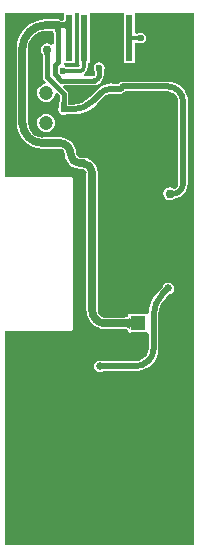
<source format=gbl>
G04*
G04 #@! TF.GenerationSoftware,Altium Limited,Altium Designer,18.1.7 (191)*
G04*
G04 Layer_Physical_Order=2*
G04 Layer_Color=16711680*
%FSLAX24Y24*%
%MOIN*%
G70*
G01*
G75*
%ADD19R,0.0236X0.1575*%
%ADD52C,0.0120*%
%ADD53C,0.0250*%
%ADD55C,0.0200*%
%ADD56C,0.0160*%
%ADD58C,0.0472*%
%ADD59R,0.0492X0.0492*%
%ADD60C,0.0492*%
%ADD61C,0.0315*%
%ADD62C,0.0260*%
%ADD63C,0.0236*%
%ADD64C,0.0300*%
%ADD65C,0.0157*%
G36*
X-1116Y17403D02*
X-1031Y17403D01*
Y17243D01*
X-1116Y17240D01*
Y17163D01*
X-1117Y17178D01*
X-1122Y17192D01*
X-1130Y17204D01*
X-1142Y17214D01*
X-1156Y17223D01*
X-1174Y17230D01*
X-1195Y17236D01*
X-1204Y17237D01*
X-1289Y17234D01*
X-1291Y17230D01*
X-1292Y17221D01*
X-1293Y17208D01*
X-1297Y17105D01*
X-1297Y16977D01*
X-1457D01*
X-1466Y17234D01*
X-1460D01*
X-1460Y17238D01*
X-1295D01*
X-1295Y17236D01*
X-1295Y17234D01*
X-1289D01*
Y17240D01*
X-1293Y17240D01*
Y17406D01*
X-1291Y17405D01*
X-1289Y17405D01*
Y17411D01*
X-1285Y17410D01*
X-1276Y17408D01*
X-1262Y17407D01*
X-1223Y17406D01*
X-1219Y17406D01*
X-1195Y17410D01*
X-1174Y17416D01*
X-1156Y17423D01*
X-1142Y17432D01*
X-1130Y17442D01*
X-1122Y17454D01*
X-1117Y17468D01*
X-1116Y17483D01*
Y17403D01*
D02*
G37*
G36*
X1117Y16998D02*
X1121Y16988D01*
X1127Y16979D01*
X1135Y16971D01*
X1146Y16965D01*
X1159Y16959D01*
X1175Y16955D01*
X1187Y16953D01*
X1254Y16958D01*
X1268Y16961D01*
X1279Y16964D01*
X1288Y16968D01*
X1294Y16972D01*
Y16807D01*
X1288Y16811D01*
X1279Y16815D01*
X1268Y16819D01*
X1254Y16822D01*
X1237Y16824D01*
X1196Y16828D01*
X1193Y16827D01*
X1175Y16824D01*
X1159Y16820D01*
X1146Y16815D01*
X1135Y16808D01*
X1127Y16800D01*
X1121Y16791D01*
X1117Y16781D01*
X1116Y16770D01*
Y16830D01*
X1111Y16830D01*
Y16950D01*
X1116Y16950D01*
Y17010D01*
X1117Y16998D01*
D02*
G37*
G36*
X3150Y0D02*
X-3150D01*
X-3150Y7140D01*
X-955D01*
X-909Y7159D01*
X-890Y7205D01*
Y12198D01*
X-890Y12198D01*
Y12205D01*
X-909Y12251D01*
X-955Y12270D01*
X-2894Y12270D01*
X-2896Y12269D01*
X-3149Y12270D01*
X-3150Y12344D01*
X-3150Y17717D01*
X-1178D01*
Y17530D01*
X-1249Y17472D01*
X-1258Y17472D01*
X-1268Y17473D01*
X-1269Y17473D01*
X-1305Y17497D01*
X-1377Y17511D01*
X-1772D01*
Y17513D01*
X-1963Y17494D01*
X-2146Y17438D01*
X-2315Y17348D01*
X-2463Y17227D01*
X-2584Y17079D01*
X-2674Y16910D01*
X-2730Y16727D01*
X-2749Y16536D01*
X-2748D01*
Y14063D01*
X-2748D01*
X-2732Y13894D01*
X-2682Y13732D01*
X-2602Y13582D01*
X-2494Y13450D01*
X-2363Y13343D01*
X-2213Y13263D01*
X-2051Y13213D01*
X-1882Y13197D01*
Y13197D01*
X-1309D01*
X-1304Y13198D01*
X-1245Y13186D01*
X-1191Y13150D01*
X-1160Y13105D01*
X-1144Y13031D01*
X-1144D01*
X-1127Y12901D01*
X-1076Y12779D01*
X-996Y12675D01*
X-892Y12595D01*
X-770Y12544D01*
X-640Y12527D01*
Y12528D01*
X-551D01*
X-548Y12528D01*
X-502Y12519D01*
X-461Y12492D01*
X-433Y12450D01*
X-424Y12404D01*
X-425Y12402D01*
Y7811D01*
X-424Y7804D01*
X-412Y7690D01*
X-377Y7575D01*
X-320Y7468D01*
X-244Y7375D01*
X-150Y7298D01*
X-44Y7241D01*
X72Y7206D01*
X186Y7195D01*
X192Y7193D01*
X780D01*
X783Y7192D01*
X829Y7191D01*
X867Y7188D01*
X899Y7182D01*
X925Y7176D01*
X944Y7168D01*
X956Y7161D01*
X963Y7155D01*
X967Y7150D01*
X968Y7145D01*
X970Y7130D01*
X973Y7124D01*
X973Y7076D01*
X1035Y7072D01*
X1036Y7073D01*
X1042Y7072D01*
X1048Y7076D01*
X1053Y7076D01*
X1568D01*
X1586Y7076D01*
X1648Y7033D01*
Y6522D01*
X1649Y6518D01*
X1636Y6425D01*
X1599Y6334D01*
X1542Y6259D01*
X1538Y6257D01*
X1534Y6251D01*
X1434Y6174D01*
X1311Y6123D01*
X1186Y6107D01*
X1178Y6108D01*
X118D01*
X94Y6124D01*
X20Y6139D01*
X-54Y6124D01*
X-117Y6082D01*
X-159Y6019D01*
X-174Y5945D01*
X-159Y5871D01*
X-117Y5808D01*
X-54Y5766D01*
X20Y5751D01*
X94Y5766D01*
X118Y5782D01*
X1178D01*
Y5781D01*
X1341Y5797D01*
X1498Y5845D01*
X1643Y5922D01*
X1770Y6026D01*
X1769Y6026D01*
X1856Y6132D01*
X1921Y6254D01*
X1961Y6385D01*
X1974Y6522D01*
X1974D01*
Y7644D01*
X1973Y7652D01*
X1988Y7808D01*
X2036Y7965D01*
X2113Y8110D01*
X2213Y8232D01*
X2219Y8236D01*
X2340Y8357D01*
X2377Y8364D01*
X2440Y8406D01*
X2482Y8469D01*
X2497Y8543D01*
X2482Y8617D01*
X2440Y8680D01*
X2377Y8722D01*
X2303Y8737D01*
X2229Y8722D01*
X2166Y8680D01*
X2124Y8617D01*
X2120Y8599D01*
X1989Y8467D01*
X1988Y8467D01*
X1870Y8328D01*
X1774Y8172D01*
X1704Y8004D01*
X1662Y7826D01*
X1653Y7718D01*
X1586Y7688D01*
X1571Y7688D01*
X1053D01*
X1048Y7688D01*
X1042Y7691D01*
X1036Y7691D01*
X1035Y7692D01*
X973Y7688D01*
X973Y7640D01*
X970Y7634D01*
X968Y7619D01*
X967Y7614D01*
X963Y7609D01*
X956Y7603D01*
X944Y7595D01*
X925Y7588D01*
X899Y7581D01*
X867Y7576D01*
X829Y7573D01*
X783Y7572D01*
X780Y7571D01*
X192D01*
X184Y7569D01*
X99Y7586D01*
X20Y7638D01*
X-32Y7717D01*
X-49Y7802D01*
X-48Y7811D01*
Y12402D01*
X-47D01*
X-64Y12532D01*
X-114Y12654D01*
X-195Y12758D01*
X-299Y12838D01*
X-421Y12889D01*
X-551Y12906D01*
Y12905D01*
X-640D01*
X-642Y12905D01*
X-689Y12914D01*
X-730Y12941D01*
X-743Y12961D01*
X-765Y13032D01*
X-765D01*
X-784Y13172D01*
X-838Y13303D01*
X-924Y13416D01*
X-1037Y13503D01*
X-1168Y13557D01*
X-1309Y13575D01*
Y13574D01*
X-1882D01*
X-1890Y13573D01*
X-2009Y13588D01*
X-2127Y13637D01*
X-2229Y13716D01*
X-2307Y13817D01*
X-2357Y13936D01*
X-2372Y14055D01*
X-2370Y14063D01*
Y16536D01*
X-2371Y16541D01*
X-2360Y16653D01*
X-2326Y16766D01*
X-2271Y16869D01*
X-2196Y16960D01*
X-2105Y17035D01*
X-2002Y17090D01*
X-1889Y17124D01*
X-1777Y17135D01*
X-1772Y17134D01*
X-1528D01*
X-1522Y16975D01*
X-1520Y16970D01*
Y16696D01*
X-1534Y16684D01*
X-1600Y16660D01*
X-1650Y16694D01*
X-1732Y16710D01*
X-1814Y16694D01*
X-1884Y16647D01*
X-1930Y16578D01*
X-1946Y16496D01*
X-1930Y16414D01*
X-1893Y16358D01*
X-1893Y16358D01*
X-1891Y16353D01*
X-1890Y16351D01*
X-1890Y16351D01*
X-1888Y16344D01*
X-1886Y16332D01*
X-1877Y16196D01*
X-1877Y16159D01*
X-1875Y16154D01*
Y15591D01*
X-1875Y15591D01*
X-1864Y15536D01*
X-1833Y15490D01*
X-1780Y15437D01*
X-1810Y15353D01*
X-1849Y15348D01*
X-1921Y15318D01*
X-1983Y15270D01*
X-2030Y15208D01*
X-2060Y15136D01*
X-2070Y15059D01*
X-2060Y14982D01*
X-2030Y14910D01*
X-1983Y14848D01*
X-1921Y14800D01*
X-1849Y14770D01*
X-1772Y14760D01*
X-1694Y14770D01*
X-1622Y14800D01*
X-1560Y14848D01*
X-1513Y14910D01*
X-1483Y14982D01*
X-1478Y15021D01*
X-1394Y15050D01*
X-1324Y14980D01*
Y14766D01*
X-1326Y14760D01*
X-1327Y14637D01*
X-1328Y14609D01*
X-1349Y14577D01*
X-1363Y14508D01*
X-1349Y14438D01*
X-1310Y14379D01*
X-1251Y14340D01*
X-1181Y14326D01*
X-1112Y14340D01*
X-1105Y14345D01*
X-906D01*
Y14344D01*
X-724Y14359D01*
X-547Y14401D01*
X-378Y14471D01*
X-222Y14567D01*
X-84Y14685D01*
X-84Y14685D01*
X173Y14942D01*
X174Y14944D01*
X237Y14993D01*
X313Y15024D01*
X335Y15027D01*
X394Y15015D01*
X463Y15029D01*
X470Y15034D01*
X709D01*
X771Y15046D01*
X824Y15081D01*
X855Y15112D01*
X2283D01*
X2287Y15113D01*
X2374Y15102D01*
X2458Y15067D01*
X2531Y15011D01*
X2586Y14939D01*
X2621Y14854D01*
X2633Y14767D01*
X2632Y14764D01*
Y12047D01*
X2633Y12043D01*
X2619Y11973D01*
X2577Y11911D01*
X2515Y11869D01*
X2478Y11862D01*
X2435Y11891D01*
X2353Y11907D01*
X2271Y11891D01*
X2201Y11844D01*
X2155Y11775D01*
X2139Y11693D01*
X2155Y11611D01*
X2201Y11542D01*
X2271Y11495D01*
X2353Y11479D01*
X2435Y11495D01*
X2487Y11530D01*
X2491Y11532D01*
X2497Y11536D01*
X2575Y11546D01*
X2700Y11598D01*
X2808Y11680D01*
X2890Y11788D01*
X2942Y11913D01*
X2960Y12047D01*
X2958D01*
Y14764D01*
X2959D01*
X2946Y14895D01*
X2907Y15022D01*
X2845Y15139D01*
X2761Y15241D01*
X2659Y15325D01*
X2542Y15387D01*
X2415Y15426D01*
X2283Y15439D01*
Y15439D01*
X787D01*
X725Y15426D01*
X672Y15391D01*
X641Y15360D01*
X470D01*
X463Y15365D01*
X394Y15378D01*
X324Y15365D01*
X304Y15351D01*
X269Y15348D01*
X149Y15311D01*
X39Y15252D01*
X-57Y15173D01*
X-58Y15173D01*
X-315Y14916D01*
X-319Y14910D01*
X-440Y14810D01*
X-585Y14733D01*
X-743Y14685D01*
X-899Y14670D01*
X-906Y14671D01*
X-1035D01*
X-1036Y14761D01*
X-1038Y14766D01*
Y15039D01*
X-1038Y15039D01*
X-1049Y15094D01*
X-1080Y15140D01*
X-1080Y15140D01*
X-1196Y15256D01*
X-1165Y15330D01*
X-165D01*
X-163Y15330D01*
X-85Y15340D01*
X-11Y15371D01*
X53Y15420D01*
X101Y15483D01*
X132Y15558D01*
X142Y15635D01*
X143Y15637D01*
Y15791D01*
X168Y15828D01*
X182Y15898D01*
X168Y15967D01*
X128Y16026D01*
X69Y16065D01*
X0Y16079D01*
X-69Y16065D01*
X-128Y16026D01*
X-168Y15967D01*
X-182Y15898D01*
X-168Y15828D01*
X-143Y15791D01*
Y15637D01*
X-143D01*
X-150Y15622D01*
X-165Y15616D01*
Y15615D01*
X-497D01*
X-522Y15695D01*
X-460Y15736D01*
X-406Y15817D01*
X-387Y15913D01*
X-387Y15913D01*
X-387Y15993D01*
X-386Y16003D01*
X-385Y16019D01*
X-383Y16032D01*
X-381Y16040D01*
X-380Y16042D01*
X-322D01*
Y17717D01*
X822D01*
Y16042D01*
X1178D01*
Y16689D01*
X1206Y16727D01*
X1211Y16731D01*
X1249Y16754D01*
X1256Y16754D01*
X1261Y16752D01*
X1263Y16752D01*
X1308Y16722D01*
X1378Y16708D01*
X1447Y16722D01*
X1506Y16761D01*
X1546Y16820D01*
X1560Y16890D01*
X1546Y16959D01*
X1506Y17018D01*
X1447Y17058D01*
X1378Y17071D01*
X1308Y17058D01*
X1263Y17027D01*
X1261Y17027D01*
X1256Y17025D01*
X1249Y17026D01*
X1234Y17034D01*
X1178Y17095D01*
Y17717D01*
X3150D01*
X3150Y0D01*
D02*
G37*
G36*
X-1632Y16382D02*
X-1636Y16372D01*
X-1640Y16358D01*
X-1643Y16340D01*
X-1646Y16319D01*
X-1650Y16266D01*
X-1652Y16159D01*
X-1812D01*
X-1813Y16198D01*
X-1821Y16340D01*
X-1825Y16358D01*
X-1828Y16372D01*
X-1833Y16382D01*
X-1837Y16389D01*
X-1627D01*
X-1632Y16382D01*
D02*
G37*
G36*
X-403Y16103D02*
X-413Y16100D01*
X-422Y16094D01*
X-430Y16085D01*
X-437Y16074D01*
X-442Y16061D01*
X-446Y16045D01*
X-449Y16027D01*
X-451Y16007D01*
X-452Y15984D01*
X-572D01*
X-572Y16006D01*
X-576Y16045D01*
X-579Y16060D01*
X-583Y16074D01*
X-588Y16084D01*
X-594Y16093D01*
X-601Y16099D01*
X-608Y16102D01*
X-617Y16104D01*
X-392Y16105D01*
X-403Y16103D01*
D02*
G37*
G36*
X-678Y16122D02*
X-678Y16118D01*
X-681Y16113D01*
X-681Y16106D01*
X-682Y16103D01*
X-678Y16042D01*
X-673Y16034D01*
X-654Y15982D01*
X-698Y15910D01*
X-946D01*
X-952Y15912D01*
X-1034Y15914D01*
X-1072Y15918D01*
X-1085Y15920D01*
X-1094Y15922D01*
X-1099Y15923D01*
X-1104Y15925D01*
X-1106Y15925D01*
X-1145Y15951D01*
X-1156Y15996D01*
X-1162Y16039D01*
X-1159Y16042D01*
X-822D01*
Y17717D01*
X-678D01*
Y16122D01*
D02*
G37*
G36*
X-1130Y15866D02*
X-1122Y15862D01*
X-1110Y15859D01*
X-1096Y15856D01*
X-1079Y15853D01*
X-1037Y15849D01*
X-953Y15847D01*
Y15727D01*
X-984Y15727D01*
X-1096Y15719D01*
X-1110Y15716D01*
X-1122Y15713D01*
X-1130Y15709D01*
X-1136Y15705D01*
Y15870D01*
X-1130Y15866D01*
D02*
G37*
G36*
X-1098Y14592D02*
X-1264D01*
X-1263Y14594D01*
X-1263Y14600D01*
X-1262Y14636D01*
X-1261Y14760D01*
X-1101D01*
X-1098Y14592D01*
D02*
G37*
G36*
X2458Y11800D02*
X2460Y11799D01*
X2462Y11798D01*
X2464Y11797D01*
X2466Y11796D01*
X2468Y11796D01*
X2471Y11795D01*
X2473Y11795D01*
X2476Y11795D01*
X2479Y11796D01*
X2480Y11595D01*
X2477Y11594D01*
X2465Y11592D01*
X2464Y11592D01*
X2463Y11592D01*
X2456Y11802D01*
X2458Y11800D01*
D02*
G37*
G36*
X1035Y7137D02*
X1032Y7160D01*
X1025Y7180D01*
X1012Y7198D01*
X995Y7214D01*
X972Y7227D01*
X945Y7238D01*
X912Y7246D01*
X875Y7252D01*
X832Y7256D01*
X785Y7257D01*
Y7507D01*
X832Y7508D01*
X875Y7512D01*
X912Y7518D01*
X945Y7526D01*
X972Y7537D01*
X995Y7550D01*
X1012Y7566D01*
X1025Y7584D01*
X1032Y7604D01*
X1035Y7627D01*
Y7137D01*
D02*
G37*
%LPC*%
G36*
X-1772Y14358D02*
X-1849Y14348D01*
X-1921Y14318D01*
X-1983Y14270D01*
X-2030Y14208D01*
X-2060Y14136D01*
X-2070Y14059D01*
X-2060Y13982D01*
X-2030Y13910D01*
X-1983Y13848D01*
X-1921Y13800D01*
X-1849Y13770D01*
X-1772Y13760D01*
X-1694Y13770D01*
X-1622Y13800D01*
X-1560Y13848D01*
X-1513Y13910D01*
X-1483Y13982D01*
X-1473Y14059D01*
X-1483Y14136D01*
X-1513Y14208D01*
X-1560Y14270D01*
X-1622Y14318D01*
X-1694Y14348D01*
X-1772Y14358D01*
D02*
G37*
%LPD*%
D19*
X0Y16890D02*
D03*
X500D02*
D03*
X1000D02*
D03*
X-1000D02*
D03*
X-500D02*
D03*
D52*
X-638Y15787D02*
G03*
X-512Y15913I0J126D01*
G01*
Y16890D01*
X-1220Y15787D02*
X-638D01*
X1000Y16890D02*
X1378D01*
D53*
X-1772Y17323D02*
G03*
X-2559Y16536I0J-787D01*
G01*
X-236Y12402D02*
G03*
X-551Y12717I-315J0D01*
G01*
X-236Y7811D02*
G03*
X192Y7382I429J0D01*
G01*
X-955Y13032D02*
G03*
X-1309Y13386I-354J0D01*
G01*
X-2559Y14063D02*
G03*
X-1882Y13386I677J0D01*
G01*
X-955Y13032D02*
G03*
X-640Y12717I315J0D01*
G01*
X-1772Y17323D02*
X-1377D01*
X192Y7382D02*
X1280D01*
X-1882Y13386D02*
X-1309D01*
X-2559Y14063D02*
Y16536D01*
X-640Y12717D02*
X-551D01*
X-236Y7811D02*
Y12402D01*
D55*
X394Y15197D02*
G03*
X58Y15058I0J-475D01*
G01*
X-906Y14508D02*
G03*
X-199Y14801I0J1000D01*
G01*
X2795Y14764D02*
G03*
X2283Y15276I-512J0D01*
G01*
X2441Y11693D02*
G03*
X2795Y12047I0J354D01*
G01*
X2104Y8351D02*
G03*
X1811Y7644I707J-707D01*
G01*
X1178Y5945D02*
G03*
X1654Y6142I0J672D01*
G01*
D02*
G03*
X1811Y6522I-380J380D01*
G01*
X394Y15197D02*
X709D01*
X-1181Y14508D02*
X-906D01*
X-199Y14801D02*
X58Y15058D01*
X2795Y12047D02*
Y14764D01*
X787Y15276D02*
X2283D01*
X709Y15197D02*
X787Y15276D01*
X2353Y11693D02*
X2441D01*
X2104Y8351D02*
X2296Y8543D01*
X1811Y6522D02*
Y7644D01*
X20Y5945D02*
X1178D01*
D56*
X-165Y15472D02*
G03*
X0Y15637I0J165D01*
G01*
X-1377Y17323D02*
X-1000D01*
X-1271Y15472D02*
X-165D01*
X-1479Y15680D02*
X-1271Y15472D01*
X-1732Y15591D02*
X-1181Y15039D01*
Y14508D02*
Y15039D01*
X-1479Y15680D02*
Y16002D01*
X-1377Y16103D01*
Y17323D01*
X0Y15637D02*
Y15898D01*
X-1732Y15591D02*
Y16496D01*
D58*
X-2717Y13300D02*
D03*
X-1772Y14059D02*
D03*
Y15059D02*
D03*
D59*
X1280Y7382D02*
D03*
D60*
Y6594D02*
D03*
D61*
X-2323Y6417D02*
D03*
X-591Y4557D02*
D03*
X2756Y7224D02*
D03*
X-1968Y4213D02*
D03*
X-646Y3898D02*
D03*
X-1693Y2933D02*
D03*
X-197Y3602D02*
D03*
X79Y4035D02*
D03*
X-2244Y12957D02*
D03*
X2638Y8780D02*
D03*
X2461Y12087D02*
D03*
X-669Y8071D02*
D03*
X2165Y5886D02*
D03*
X1969Y5571D02*
D03*
X2657Y4665D02*
D03*
X1673Y4262D02*
D03*
X2323Y3051D02*
D03*
D62*
X20Y5945D02*
D03*
X2303Y8543D02*
D03*
D63*
X-630Y13228D02*
D03*
X-945Y13957D02*
D03*
X0Y15898D02*
D03*
X-1377Y17323D02*
D03*
X-1181Y14508D02*
D03*
X-1220Y15787D02*
D03*
X1378Y16890D02*
D03*
X945Y14961D02*
D03*
X-630D02*
D03*
X394Y15197D02*
D03*
D64*
X2353Y11693D02*
D03*
X-1732Y16496D02*
D03*
D65*
X157Y13681D02*
D03*
X-157Y14075D02*
D03*
X157D02*
D03*
X-157Y13681D02*
D03*
X0Y13878D02*
D03*
M02*

</source>
